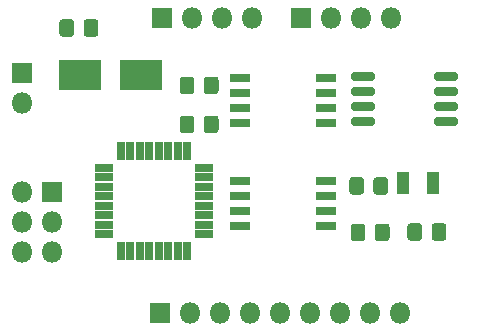
<source format=gts>
%TF.GenerationSoftware,KiCad,Pcbnew,(5.1.6)-1*%
%TF.CreationDate,2020-07-20T22:25:38-05:00*%
%TF.ProjectId,Project 3 - BACEE_2_layer,50726f6a-6563-4742-9033-202d20424143,1*%
%TF.SameCoordinates,Original*%
%TF.FileFunction,Soldermask,Top*%
%TF.FilePolarity,Negative*%
%FSLAX46Y46*%
G04 Gerber Fmt 4.6, Leading zero omitted, Abs format (unit mm)*
G04 Created by KiCad (PCBNEW (5.1.6)-1) date 2020-07-20 22:25:38*
%MOMM*%
%LPD*%
G01*
G04 APERTURE LIST*
%ADD10R,1.800000X1.800000*%
%ADD11O,1.800000X1.800000*%
%ADD12R,1.800000X0.750000*%
%ADD13R,0.650000X1.600000*%
%ADD14R,1.600000X0.650000*%
%ADD15R,1.100000X1.900000*%
%ADD16R,3.600000X2.500000*%
G04 APERTURE END LIST*
D10*
%TO.C,BT1*%
X54610000Y-95758000D03*
D11*
X54610000Y-98298000D03*
%TD*%
%TO.C,C1*%
G36*
G01*
X67946000Y-100554262D02*
X67946000Y-99597738D01*
G75*
G02*
X68217738Y-99326000I271738J0D01*
G01*
X68924262Y-99326000D01*
G75*
G02*
X69196000Y-99597738I0J-271738D01*
G01*
X69196000Y-100554262D01*
G75*
G02*
X68924262Y-100826000I-271738J0D01*
G01*
X68217738Y-100826000D01*
G75*
G02*
X67946000Y-100554262I0J271738D01*
G01*
G37*
G36*
G01*
X69996000Y-100554262D02*
X69996000Y-99597738D01*
G75*
G02*
X70267738Y-99326000I271738J0D01*
G01*
X70974262Y-99326000D01*
G75*
G02*
X71246000Y-99597738I0J-271738D01*
G01*
X71246000Y-100554262D01*
G75*
G02*
X70974262Y-100826000I-271738J0D01*
G01*
X70267738Y-100826000D01*
G75*
G02*
X69996000Y-100554262I0J271738D01*
G01*
G37*
%TD*%
%TO.C,C2*%
G36*
G01*
X69996000Y-97252262D02*
X69996000Y-96295738D01*
G75*
G02*
X70267738Y-96024000I271738J0D01*
G01*
X70974262Y-96024000D01*
G75*
G02*
X71246000Y-96295738I0J-271738D01*
G01*
X71246000Y-97252262D01*
G75*
G02*
X70974262Y-97524000I-271738J0D01*
G01*
X70267738Y-97524000D01*
G75*
G02*
X69996000Y-97252262I0J271738D01*
G01*
G37*
G36*
G01*
X67946000Y-97252262D02*
X67946000Y-96295738D01*
G75*
G02*
X68217738Y-96024000I271738J0D01*
G01*
X68924262Y-96024000D01*
G75*
G02*
X69196000Y-96295738I0J-271738D01*
G01*
X69196000Y-97252262D01*
G75*
G02*
X68924262Y-97524000I-271738J0D01*
G01*
X68217738Y-97524000D01*
G75*
G02*
X67946000Y-97252262I0J271738D01*
G01*
G37*
%TD*%
%TO.C,C3*%
G36*
G01*
X82306000Y-105761262D02*
X82306000Y-104804738D01*
G75*
G02*
X82577738Y-104533000I271738J0D01*
G01*
X83284262Y-104533000D01*
G75*
G02*
X83556000Y-104804738I0J-271738D01*
G01*
X83556000Y-105761262D01*
G75*
G02*
X83284262Y-106033000I-271738J0D01*
G01*
X82577738Y-106033000D01*
G75*
G02*
X82306000Y-105761262I0J271738D01*
G01*
G37*
G36*
G01*
X84356000Y-105761262D02*
X84356000Y-104804738D01*
G75*
G02*
X84627738Y-104533000I271738J0D01*
G01*
X85334262Y-104533000D01*
G75*
G02*
X85606000Y-104804738I0J-271738D01*
G01*
X85606000Y-105761262D01*
G75*
G02*
X85334262Y-106033000I-271738J0D01*
G01*
X84627738Y-106033000D01*
G75*
G02*
X84356000Y-105761262I0J271738D01*
G01*
G37*
%TD*%
%TO.C,D1*%
G36*
G01*
X87241000Y-109653262D02*
X87241000Y-108696738D01*
G75*
G02*
X87512738Y-108425000I271738J0D01*
G01*
X88219262Y-108425000D01*
G75*
G02*
X88491000Y-108696738I0J-271738D01*
G01*
X88491000Y-109653262D01*
G75*
G02*
X88219262Y-109925000I-271738J0D01*
G01*
X87512738Y-109925000D01*
G75*
G02*
X87241000Y-109653262I0J271738D01*
G01*
G37*
G36*
G01*
X89291000Y-109653262D02*
X89291000Y-108696738D01*
G75*
G02*
X89562738Y-108425000I271738J0D01*
G01*
X90269262Y-108425000D01*
G75*
G02*
X90541000Y-108696738I0J-271738D01*
G01*
X90541000Y-109653262D01*
G75*
G02*
X90269262Y-109925000I-271738J0D01*
G01*
X89562738Y-109925000D01*
G75*
G02*
X89291000Y-109653262I0J271738D01*
G01*
G37*
%TD*%
D10*
%TO.C,J1*%
X66294000Y-116078000D03*
D11*
X68834000Y-116078000D03*
X71374000Y-116078000D03*
X73914000Y-116078000D03*
X76454000Y-116078000D03*
X78994000Y-116078000D03*
X81534000Y-116078000D03*
X84074000Y-116078000D03*
X86614000Y-116078000D03*
%TD*%
%TO.C,Serial*%
X74041000Y-91059000D03*
X71501000Y-91059000D03*
X68961000Y-91059000D03*
D10*
X66421000Y-91059000D03*
%TD*%
%TO.C,J3*%
X57150000Y-105791000D03*
D11*
X54610000Y-105791000D03*
X57150000Y-108331000D03*
X54610000Y-108331000D03*
X57150000Y-110871000D03*
X54610000Y-110871000D03*
%TD*%
D10*
%TO.C,J4*%
X78232000Y-91059000D03*
D11*
X80772000Y-91059000D03*
X83312000Y-91059000D03*
X85852000Y-91059000D03*
%TD*%
%TO.C,R1*%
G36*
G01*
X82424000Y-109698262D02*
X82424000Y-108741738D01*
G75*
G02*
X82695738Y-108470000I271738J0D01*
G01*
X83402262Y-108470000D01*
G75*
G02*
X83674000Y-108741738I0J-271738D01*
G01*
X83674000Y-109698262D01*
G75*
G02*
X83402262Y-109970000I-271738J0D01*
G01*
X82695738Y-109970000D01*
G75*
G02*
X82424000Y-109698262I0J271738D01*
G01*
G37*
G36*
G01*
X84474000Y-109698262D02*
X84474000Y-108741738D01*
G75*
G02*
X84745738Y-108470000I271738J0D01*
G01*
X85452262Y-108470000D01*
G75*
G02*
X85724000Y-108741738I0J-271738D01*
G01*
X85724000Y-109698262D01*
G75*
G02*
X85452262Y-109970000I-271738J0D01*
G01*
X84745738Y-109970000D01*
G75*
G02*
X84474000Y-109698262I0J271738D01*
G01*
G37*
%TD*%
%TO.C,R2*%
G36*
G01*
X59827000Y-92387262D02*
X59827000Y-91430738D01*
G75*
G02*
X60098738Y-91159000I271738J0D01*
G01*
X60805262Y-91159000D01*
G75*
G02*
X61077000Y-91430738I0J-271738D01*
G01*
X61077000Y-92387262D01*
G75*
G02*
X60805262Y-92659000I-271738J0D01*
G01*
X60098738Y-92659000D01*
G75*
G02*
X59827000Y-92387262I0J271738D01*
G01*
G37*
G36*
G01*
X57777000Y-92387262D02*
X57777000Y-91430738D01*
G75*
G02*
X58048738Y-91159000I271738J0D01*
G01*
X58755262Y-91159000D01*
G75*
G02*
X59027000Y-91430738I0J-271738D01*
G01*
X59027000Y-92387262D01*
G75*
G02*
X58755262Y-92659000I-271738J0D01*
G01*
X58048738Y-92659000D01*
G75*
G02*
X57777000Y-92387262I0J271738D01*
G01*
G37*
%TD*%
%TO.C,U1*%
G36*
G01*
X82495000Y-96187000D02*
X82495000Y-95837000D01*
G75*
G02*
X82670000Y-95662000I175000J0D01*
G01*
X84320000Y-95662000D01*
G75*
G02*
X84495000Y-95837000I0J-175000D01*
G01*
X84495000Y-96187000D01*
G75*
G02*
X84320000Y-96362000I-175000J0D01*
G01*
X82670000Y-96362000D01*
G75*
G02*
X82495000Y-96187000I0J175000D01*
G01*
G37*
G36*
G01*
X82495000Y-97457000D02*
X82495000Y-97107000D01*
G75*
G02*
X82670000Y-96932000I175000J0D01*
G01*
X84320000Y-96932000D01*
G75*
G02*
X84495000Y-97107000I0J-175000D01*
G01*
X84495000Y-97457000D01*
G75*
G02*
X84320000Y-97632000I-175000J0D01*
G01*
X82670000Y-97632000D01*
G75*
G02*
X82495000Y-97457000I0J175000D01*
G01*
G37*
G36*
G01*
X82495000Y-98727000D02*
X82495000Y-98377000D01*
G75*
G02*
X82670000Y-98202000I175000J0D01*
G01*
X84320000Y-98202000D01*
G75*
G02*
X84495000Y-98377000I0J-175000D01*
G01*
X84495000Y-98727000D01*
G75*
G02*
X84320000Y-98902000I-175000J0D01*
G01*
X82670000Y-98902000D01*
G75*
G02*
X82495000Y-98727000I0J175000D01*
G01*
G37*
G36*
G01*
X82495000Y-99997000D02*
X82495000Y-99647000D01*
G75*
G02*
X82670000Y-99472000I175000J0D01*
G01*
X84320000Y-99472000D01*
G75*
G02*
X84495000Y-99647000I0J-175000D01*
G01*
X84495000Y-99997000D01*
G75*
G02*
X84320000Y-100172000I-175000J0D01*
G01*
X82670000Y-100172000D01*
G75*
G02*
X82495000Y-99997000I0J175000D01*
G01*
G37*
G36*
G01*
X89495000Y-99997000D02*
X89495000Y-99647000D01*
G75*
G02*
X89670000Y-99472000I175000J0D01*
G01*
X91320000Y-99472000D01*
G75*
G02*
X91495000Y-99647000I0J-175000D01*
G01*
X91495000Y-99997000D01*
G75*
G02*
X91320000Y-100172000I-175000J0D01*
G01*
X89670000Y-100172000D01*
G75*
G02*
X89495000Y-99997000I0J175000D01*
G01*
G37*
G36*
G01*
X89495000Y-98727000D02*
X89495000Y-98377000D01*
G75*
G02*
X89670000Y-98202000I175000J0D01*
G01*
X91320000Y-98202000D01*
G75*
G02*
X91495000Y-98377000I0J-175000D01*
G01*
X91495000Y-98727000D01*
G75*
G02*
X91320000Y-98902000I-175000J0D01*
G01*
X89670000Y-98902000D01*
G75*
G02*
X89495000Y-98727000I0J175000D01*
G01*
G37*
G36*
G01*
X89495000Y-97457000D02*
X89495000Y-97107000D01*
G75*
G02*
X89670000Y-96932000I175000J0D01*
G01*
X91320000Y-96932000D01*
G75*
G02*
X91495000Y-97107000I0J-175000D01*
G01*
X91495000Y-97457000D01*
G75*
G02*
X91320000Y-97632000I-175000J0D01*
G01*
X89670000Y-97632000D01*
G75*
G02*
X89495000Y-97457000I0J175000D01*
G01*
G37*
G36*
G01*
X89495000Y-96187000D02*
X89495000Y-95837000D01*
G75*
G02*
X89670000Y-95662000I175000J0D01*
G01*
X91320000Y-95662000D01*
G75*
G02*
X91495000Y-95837000I0J-175000D01*
G01*
X91495000Y-96187000D01*
G75*
G02*
X91320000Y-96362000I-175000J0D01*
G01*
X89670000Y-96362000D01*
G75*
G02*
X89495000Y-96187000I0J175000D01*
G01*
G37*
%TD*%
D12*
%TO.C,U2*%
X80358000Y-104902000D03*
X80358000Y-106172000D03*
X80358000Y-107442000D03*
X80358000Y-108712000D03*
X73058000Y-108712000D03*
X73058000Y-107442000D03*
X73058000Y-106172000D03*
X73058000Y-104902000D03*
%TD*%
%TO.C,U3*%
X73058000Y-96139000D03*
X73058000Y-97409000D03*
X73058000Y-98679000D03*
X73058000Y-99949000D03*
X80358000Y-99949000D03*
X80358000Y-98679000D03*
X80358000Y-97409000D03*
X80358000Y-96139000D03*
%TD*%
D13*
%TO.C,U4*%
X62986000Y-110753000D03*
D14*
X61586000Y-103753000D03*
X61586000Y-104553000D03*
X61586000Y-105353000D03*
X61586000Y-106153000D03*
X61586000Y-106953000D03*
X61586000Y-107753000D03*
X61586000Y-108553000D03*
X61586000Y-109353000D03*
D13*
X63786000Y-110753000D03*
X64586000Y-110753000D03*
X65386000Y-110753000D03*
X66186000Y-110753000D03*
X66986000Y-110753000D03*
X67786000Y-110753000D03*
X68586000Y-110753000D03*
D14*
X69986000Y-109353000D03*
X69986000Y-108553000D03*
X69986000Y-107753000D03*
X69986000Y-106953000D03*
X69986000Y-106153000D03*
X69986000Y-105353000D03*
X69986000Y-104553000D03*
X69986000Y-103753000D03*
D13*
X68586000Y-102353000D03*
X67786000Y-102353000D03*
X66986000Y-102353000D03*
X66186000Y-102353000D03*
X65386000Y-102353000D03*
X64586000Y-102353000D03*
X63786000Y-102353000D03*
X62986000Y-102353000D03*
%TD*%
D15*
%TO.C,Y1*%
X86888000Y-105033000D03*
X89388000Y-105033000D03*
%TD*%
D16*
%TO.C,Y2*%
X59503000Y-95885000D03*
X64703000Y-95885000D03*
%TD*%
M02*

</source>
